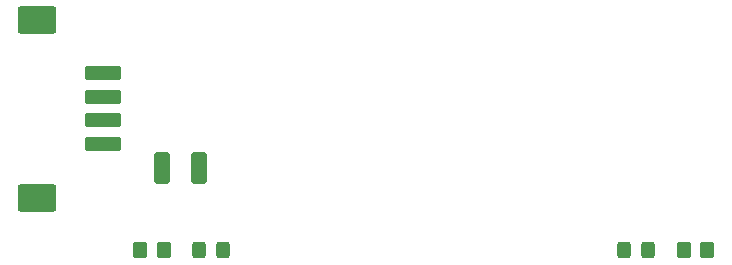
<source format=gbr>
%TF.GenerationSoftware,KiCad,Pcbnew,9.0.4*%
%TF.CreationDate,2025-09-26T20:26:33+07:00*%
%TF.ProjectId,ADS115ext,41445331-3135-4657-9874-2e6b69636164,rev?*%
%TF.SameCoordinates,Original*%
%TF.FileFunction,Paste,Top*%
%TF.FilePolarity,Positive*%
%FSLAX46Y46*%
G04 Gerber Fmt 4.6, Leading zero omitted, Abs format (unit mm)*
G04 Created by KiCad (PCBNEW 9.0.4) date 2025-09-26 20:26:33*
%MOMM*%
%LPD*%
G01*
G04 APERTURE LIST*
G04 Aperture macros list*
%AMRoundRect*
0 Rectangle with rounded corners*
0 $1 Rounding radius*
0 $2 $3 $4 $5 $6 $7 $8 $9 X,Y pos of 4 corners*
0 Add a 4 corners polygon primitive as box body*
4,1,4,$2,$3,$4,$5,$6,$7,$8,$9,$2,$3,0*
0 Add four circle primitives for the rounded corners*
1,1,$1+$1,$2,$3*
1,1,$1+$1,$4,$5*
1,1,$1+$1,$6,$7*
1,1,$1+$1,$8,$9*
0 Add four rect primitives between the rounded corners*
20,1,$1+$1,$2,$3,$4,$5,0*
20,1,$1+$1,$4,$5,$6,$7,0*
20,1,$1+$1,$6,$7,$8,$9,0*
20,1,$1+$1,$8,$9,$2,$3,0*%
G04 Aperture macros list end*
%ADD10RoundRect,0.250000X-1.300000X0.350000X-1.300000X-0.350000X1.300000X-0.350000X1.300000X0.350000X0*%
%ADD11RoundRect,0.250001X-1.399999X0.899999X-1.399999X-0.899999X1.399999X-0.899999X1.399999X0.899999X0*%
%ADD12RoundRect,0.250000X-0.350000X-0.450000X0.350000X-0.450000X0.350000X0.450000X-0.350000X0.450000X0*%
%ADD13RoundRect,0.250000X-0.412500X-1.100000X0.412500X-1.100000X0.412500X1.100000X-0.412500X1.100000X0*%
%ADD14RoundRect,0.250000X0.325000X0.450000X-0.325000X0.450000X-0.325000X-0.450000X0.325000X-0.450000X0*%
%ADD15RoundRect,0.250000X-0.325000X-0.450000X0.325000X-0.450000X0.325000X0.450000X-0.325000X0.450000X0*%
G04 APERTURE END LIST*
D10*
%TO.C, PH2.0 4P*%
X137850000Y-91000000D03*
X137850000Y-93000000D03*
X137850000Y-95000000D03*
X137850000Y-97000000D03*
D11*
X132250000Y-86480000D03*
X132250000Y-101520000D03*
%TD*%
D12*
%TO.C,R2*%
X141000000Y-106000000D03*
X143000000Y-106000000D03*
%TD*%
D13*
%TO.C,C1*%
X142875000Y-99000000D03*
X146000000Y-99000000D03*
%TD*%
D12*
%TO.C,R1*%
X187000000Y-106000000D03*
X189000000Y-106000000D03*
%TD*%
D14*
%TO.C,D1*%
X184000000Y-106000000D03*
X181950000Y-106000000D03*
%TD*%
D15*
%TO.C,D2*%
X145975000Y-106000000D03*
X148025000Y-106000000D03*
%TD*%
M02*

</source>
